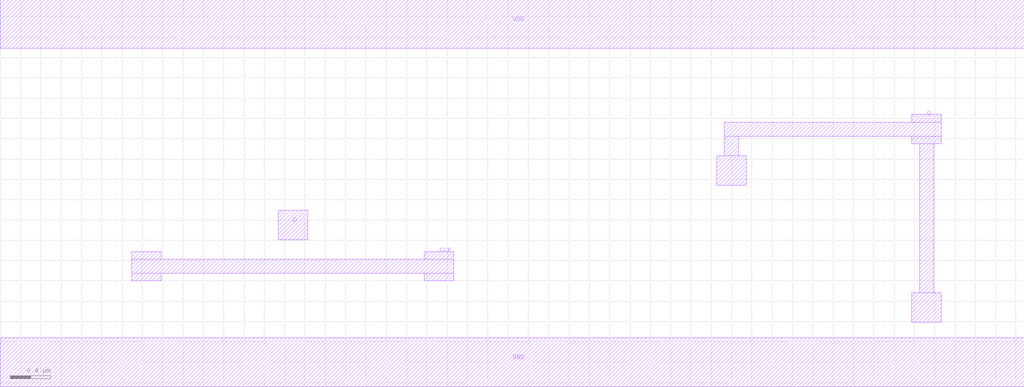
<source format=lef>
MACRO LATCH
 CLASS CORE ;
 FOREIGN LATCH 0 0 ;
 ORIGIN 0 0 ;
 SYMMETRY X Y R90 ;
 SITE CORE ;
  PIN VDD
   DIRECTION INOUT ;
   USE SIGNAL ;
   SHAPE ABUTMENT ;
    PORT
     CLASS CORE ;
       LAYER metal2 ;
        RECT 0.00000000 3.09000000 10.08000000 3.57000000 ;
    END
  END VDD

  PIN GND
   DIRECTION INOUT ;
   USE SIGNAL ;
   SHAPE ABUTMENT ;
    PORT
     CLASS CORE ;
       LAYER metal2 ;
        RECT 0.00000000 -0.24000000 10.08000000 0.24000000 ;
    END
  END GND

  PIN Q
   DIRECTION INOUT ;
   USE SIGNAL ;
   SHAPE ABUTMENT ;
    PORT
     CLASS CORE ;
       LAYER metal2 ;
        RECT 8.97500000 0.39500000 9.26500000 0.68500000 ;
        RECT 7.05500000 1.74500000 7.34500000 2.03500000 ;
        RECT 9.05000000 0.68500000 9.19000000 2.15000000 ;
        RECT 7.13000000 2.03500000 7.27000000 2.22500000 ;
        RECT 8.97500000 2.15000000 9.26500000 2.22500000 ;
        RECT 7.13000000 2.22500000 9.26500000 2.36500000 ;
        RECT 8.97500000 2.36500000 9.26500000 2.44000000 ;
    END
  END Q

  PIN D
   DIRECTION INOUT ;
   USE SIGNAL ;
   SHAPE ABUTMENT ;
    PORT
     CLASS CORE ;
       LAYER metal2 ;
        RECT 2.73500000 1.20500000 3.02500000 1.49500000 ;
    END
  END D

  PIN CLK
   DIRECTION INOUT ;
   USE SIGNAL ;
   SHAPE ABUTMENT ;
    PORT
     CLASS CORE ;
       LAYER metal2 ;
        RECT 1.29500000 0.80000000 1.58500000 0.87500000 ;
        RECT 4.17500000 0.80000000 4.46500000 0.87500000 ;
        RECT 1.29500000 0.87500000 4.46500000 1.01500000 ;
        RECT 1.29500000 1.01500000 1.58500000 1.09000000 ;
        RECT 4.17500000 1.01500000 4.46500000 1.09000000 ;
    END
  END CLK


END LATCH

</source>
